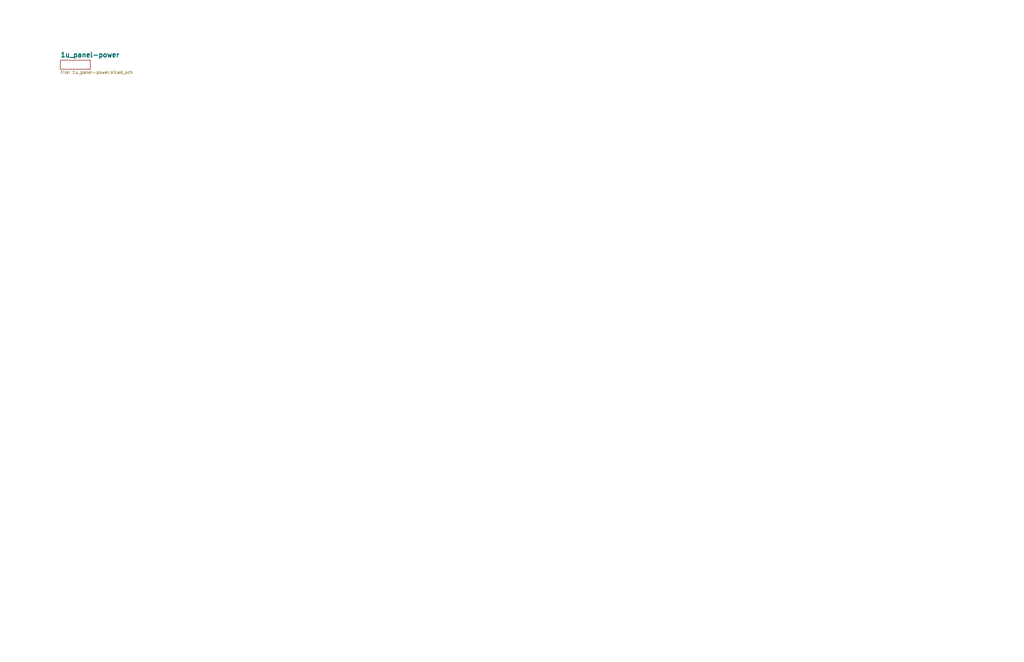
<source format=kicad_sch>
(kicad_sch
	(version 20250114)
	(generator "eeschema")
	(generator_version "9.0")
	(uuid "115bd2cd-7c08-4b54-867b-a326ee0699c1")
	(paper "USLedger")
	(title_block
		(title "OreSat Solar Module (for Frame 2.0)")
		(date "2023-12-20")
		(rev "6.0")
	)
	(lib_symbols)
	(sheet
		(at 25.4 25.4)
		(size 12.7 3.81)
		(exclude_from_sim no)
		(in_bom yes)
		(on_board yes)
		(dnp no)
		(fields_autoplaced yes)
		(stroke
			(width 0)
			(type solid)
		)
		(fill
			(color 0 0 0 0.0000)
		)
		(uuid "5c4415f1-d90e-44ce-bb2c-b4c8edead48f")
		(property "Sheetname" "1u_panel-power"
			(at 25.4 24.3234 0)
			(effects
				(font
					(size 2 2)
					(bold yes)
				)
				(justify left bottom)
			)
		)
		(property "Sheetfile" "1u_panel-power.kicad_sch"
			(at 25.4 29.7946 0)
			(effects
				(font
					(size 1.27 1.27)
				)
				(justify left top)
			)
		)
		(instances
			(project "1u_panel"
				(path "/115bd2cd-7c08-4b54-867b-a326ee0699c1"
					(page "1")
				)
			)
		)
	)
	(sheet_instances
		(path "/"
			(page "1")
		)
	)
	(embedded_fonts no)
)

</source>
